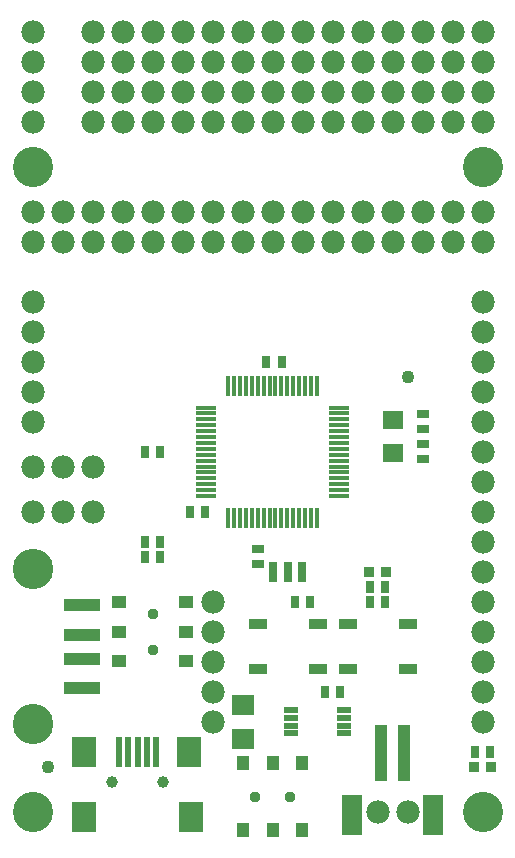
<source format=gts>
G75*
G70*
%OFA0B0*%
%FSLAX24Y24*%
%IPPOS*%
%LPD*%
%AMOC8*
5,1,8,0,0,1.08239X$1,22.5*
%
%ADD10R,0.0394X0.0316*%
%ADD11R,0.0670X0.0591*%
%ADD12R,0.0316X0.0394*%
%ADD13R,0.0355X0.0355*%
%ADD14R,0.0640X0.0340*%
%ADD15R,0.0237X0.1024*%
%ADD16R,0.0827X0.1024*%
%ADD17C,0.0394*%
%ADD18R,0.0316X0.0709*%
%ADD19R,0.0750X0.0670*%
%ADD20C,0.0780*%
%ADD21R,0.0158X0.0670*%
%ADD22R,0.0670X0.0158*%
%ADD23C,0.1350*%
%ADD24R,0.0434X0.1851*%
%ADD25R,0.0670X0.1379*%
%ADD26R,0.0434X0.0493*%
%ADD27C,0.0375*%
%ADD28C,0.1340*%
%ADD29R,0.0473X0.0197*%
%ADD30R,0.0493X0.0434*%
%ADD31C,0.0434*%
%ADD32R,0.1221X0.0394*%
D10*
X011685Y009476D03*
X011685Y009988D03*
X017185Y012976D03*
X017185Y013488D03*
X017185Y013976D03*
X017185Y014488D03*
D11*
X016185Y014283D03*
X016185Y013181D03*
D12*
X015941Y008732D03*
X015941Y008232D03*
X015429Y008232D03*
X015429Y008732D03*
X013441Y008232D03*
X012929Y008232D03*
X013929Y005232D03*
X014441Y005232D03*
X009941Y011232D03*
X009429Y011232D03*
X008441Y010232D03*
X008441Y009732D03*
X007929Y009732D03*
X007929Y010232D03*
X007929Y013232D03*
X008441Y013232D03*
X011979Y016232D03*
X012491Y016232D03*
X018929Y003232D03*
X019441Y003232D03*
D13*
X019480Y002732D03*
X018890Y002732D03*
X015980Y009232D03*
X015390Y009232D03*
D14*
X014685Y007482D03*
X013685Y007482D03*
X013685Y005982D03*
X014685Y005982D03*
X016685Y005982D03*
X016685Y007482D03*
X011685Y007482D03*
X011685Y005982D03*
D15*
X008315Y003216D03*
X008000Y003216D03*
X007685Y003216D03*
X007370Y003216D03*
X007055Y003216D03*
D16*
X005913Y003216D03*
X005913Y001051D03*
X009457Y001051D03*
X009417Y003216D03*
D17*
X008551Y002232D03*
X006819Y002232D03*
D18*
X012212Y009232D03*
X012685Y009232D03*
X013157Y009232D03*
D19*
X011185Y004792D03*
X011185Y003672D03*
D20*
X010185Y004232D03*
X010185Y005232D03*
X010185Y006232D03*
X010185Y007232D03*
X010185Y008232D03*
X006185Y011232D03*
X005185Y011232D03*
X004185Y011232D03*
X004185Y012732D03*
X005185Y012732D03*
X006185Y012732D03*
X004185Y014232D03*
X004185Y015232D03*
X004185Y016232D03*
X004185Y017232D03*
X004185Y018232D03*
X004185Y020232D03*
X004185Y021232D03*
X005185Y021232D03*
X005185Y020232D03*
X006185Y020232D03*
X006185Y021232D03*
X007185Y021232D03*
X007185Y020232D03*
X008185Y020232D03*
X008185Y021232D03*
X009185Y021232D03*
X009185Y020232D03*
X010185Y020232D03*
X010185Y021232D03*
X011185Y021232D03*
X011185Y020232D03*
X012185Y020232D03*
X012185Y021232D03*
X013185Y021232D03*
X013185Y020232D03*
X014185Y020232D03*
X014185Y021232D03*
X015185Y021232D03*
X015185Y020232D03*
X016185Y020232D03*
X016185Y021232D03*
X017185Y021232D03*
X017185Y020232D03*
X018185Y020232D03*
X018185Y021232D03*
X019185Y021232D03*
X019185Y020232D03*
X019185Y018232D03*
X019185Y017232D03*
X019185Y016232D03*
X019185Y015232D03*
X019185Y014232D03*
X019185Y013232D03*
X019185Y012232D03*
X019185Y011232D03*
X019185Y010232D03*
X019185Y009232D03*
X019185Y008232D03*
X019185Y007232D03*
X019185Y006232D03*
X019185Y005232D03*
X019185Y004232D03*
X016685Y001232D03*
X015685Y001232D03*
X016185Y024232D03*
X016185Y025232D03*
X016185Y026232D03*
X016185Y027232D03*
X017185Y027232D03*
X017185Y026232D03*
X018185Y026232D03*
X018185Y027232D03*
X019185Y027232D03*
X019185Y026232D03*
X019185Y025232D03*
X019185Y024232D03*
X018185Y024232D03*
X018185Y025232D03*
X017185Y025232D03*
X017185Y024232D03*
X015185Y024232D03*
X015185Y025232D03*
X015185Y026232D03*
X015185Y027232D03*
X014185Y027232D03*
X014185Y026232D03*
X014185Y025232D03*
X014185Y024232D03*
X013185Y024232D03*
X013185Y025232D03*
X013185Y026232D03*
X013185Y027232D03*
X012185Y027232D03*
X012185Y026232D03*
X011185Y026232D03*
X011185Y027232D03*
X010185Y027232D03*
X010185Y026232D03*
X010185Y025232D03*
X010185Y024232D03*
X011185Y024232D03*
X011185Y025232D03*
X012185Y025232D03*
X012185Y024232D03*
X009185Y024232D03*
X009185Y025232D03*
X009185Y026232D03*
X009185Y027232D03*
X008185Y027232D03*
X008185Y026232D03*
X008185Y025232D03*
X008185Y024232D03*
X007185Y024232D03*
X007185Y025232D03*
X007185Y026232D03*
X007185Y027232D03*
X006185Y027232D03*
X006185Y026232D03*
X006185Y025232D03*
X006185Y024232D03*
X004185Y024232D03*
X004185Y025232D03*
X004185Y026232D03*
X004185Y027232D03*
D21*
X010709Y015437D03*
X010905Y015437D03*
X011102Y015437D03*
X011299Y015437D03*
X011496Y015437D03*
X011693Y015437D03*
X011890Y015437D03*
X012086Y015437D03*
X012283Y015437D03*
X012480Y015437D03*
X012677Y015437D03*
X012874Y015437D03*
X013071Y015437D03*
X013268Y015437D03*
X013464Y015437D03*
X013661Y015437D03*
X013661Y011027D03*
X013464Y011027D03*
X013268Y011027D03*
X013071Y011027D03*
X012874Y011027D03*
X012677Y011027D03*
X012480Y011027D03*
X012283Y011027D03*
X012086Y011027D03*
X011890Y011027D03*
X011693Y011027D03*
X011496Y011027D03*
X011299Y011027D03*
X011102Y011027D03*
X010905Y011027D03*
X010709Y011027D03*
D22*
X009980Y011755D03*
X009980Y011952D03*
X009980Y012149D03*
X009980Y012346D03*
X009980Y012543D03*
X009980Y012740D03*
X009980Y012937D03*
X009980Y013133D03*
X009980Y013330D03*
X009980Y013527D03*
X009980Y013724D03*
X009980Y013921D03*
X009980Y014118D03*
X009980Y014314D03*
X009980Y014511D03*
X009980Y014708D03*
X014390Y014708D03*
X014390Y014511D03*
X014390Y014314D03*
X014390Y014118D03*
X014390Y013921D03*
X014390Y013724D03*
X014390Y013527D03*
X014390Y013330D03*
X014390Y013133D03*
X014390Y012937D03*
X014390Y012740D03*
X014390Y012543D03*
X014390Y012346D03*
X014390Y012149D03*
X014390Y011952D03*
X014390Y011755D03*
D23*
X004185Y009317D03*
X004185Y009317D03*
X004185Y004147D03*
X004185Y004147D03*
D24*
X015791Y003189D03*
X016579Y003189D03*
D25*
X017523Y001141D03*
X014846Y001141D03*
D26*
X013169Y000620D03*
X012185Y000620D03*
X011201Y000620D03*
X011201Y002844D03*
X012185Y002844D03*
X013169Y002844D03*
D27*
X012775Y001732D03*
X011594Y001732D03*
X008185Y006641D03*
X008185Y007822D03*
D28*
X004185Y001232D03*
X019185Y001232D03*
X019185Y022732D03*
X004185Y022732D03*
D29*
X012799Y004616D03*
X012799Y004360D03*
X012799Y004104D03*
X012799Y003848D03*
X014571Y003848D03*
X014571Y004104D03*
X014571Y004360D03*
X014571Y004616D03*
D30*
X009297Y006248D03*
X009297Y007232D03*
X009297Y008216D03*
X007073Y008216D03*
X007073Y007232D03*
X007073Y006248D03*
D31*
X004685Y002732D03*
X016685Y015732D03*
D32*
X005843Y008110D03*
X005843Y007126D03*
X005843Y006338D03*
X005843Y005354D03*
M02*

</source>
